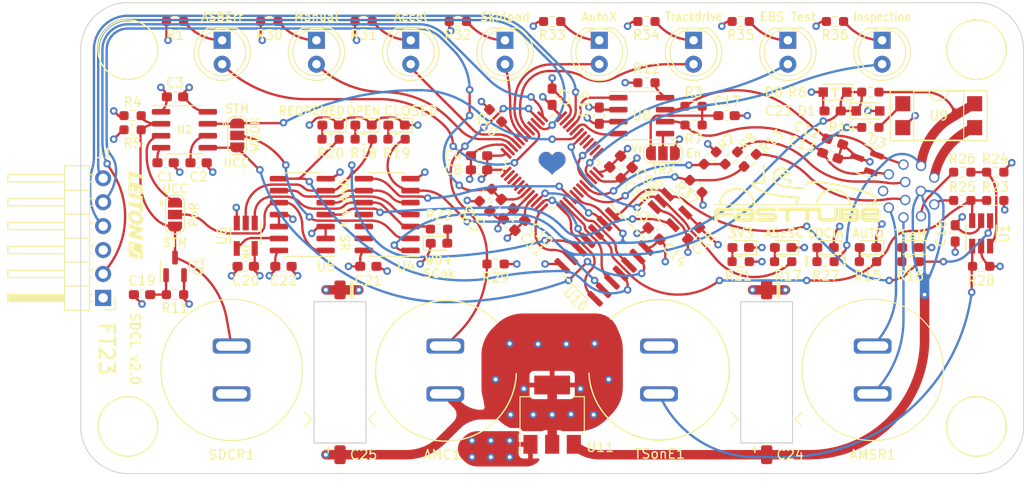
<source format=kicad_pcb>
(kicad_pcb (version 20211014) (generator pcbnew)

  (general
    (thickness 1.6)
  )

  (paper "A4")
  (layers
    (0 "F.Cu" signal)
    (1 "In1.Cu" power "GND.Cu")
    (2 "In2.Cu" power "3V3.Cu")
    (31 "B.Cu" signal)
    (33 "F.Adhes" user "F.Adhesive")
    (35 "F.Paste" user)
    (37 "F.SilkS" user "F.Silkscreen")
    (38 "B.Mask" user)
    (39 "F.Mask" user)
    (40 "Dwgs.User" user "User.Drawings")
    (41 "Cmts.User" user "User.Comments")
    (42 "Eco1.User" user "User.Eco1")
    (43 "Eco2.User" user "User.Eco2")
    (44 "Edge.Cuts" user)
    (45 "Margin" user)
    (46 "B.CrtYd" user "B.Courtyard")
    (47 "F.CrtYd" user "F.Courtyard")
    (49 "F.Fab" user)
  )

  (setup
    (stackup
      (layer "F.SilkS" (type "Top Silk Screen"))
      (layer "F.Paste" (type "Top Solder Paste"))
      (layer "F.Mask" (type "Top Solder Mask") (thickness 0.01))
      (layer "F.Cu" (type "copper") (thickness 0.035))
      (layer "dielectric 1" (type "core") (thickness 0.48) (material "FR4") (epsilon_r 4.5) (loss_tangent 0.02))
      (layer "In1.Cu" (type "copper") (thickness 0.035))
      (layer "dielectric 2" (type "prepreg") (thickness 0.48) (material "FR4") (epsilon_r 4.5) (loss_tangent 0.02))
      (layer "In2.Cu" (type "copper") (thickness 0.035))
      (layer "dielectric 3" (type "core") (thickness 0.48) (material "FR4") (epsilon_r 4.5) (loss_tangent 0.02))
      (layer "B.Cu" (type "copper") (thickness 0.035))
      (layer "B.Mask" (type "Bottom Solder Mask") (thickness 0.01))
      (copper_finish "None")
      (dielectric_constraints no)
    )
    (pad_to_mask_clearance 0)
    (pcbplotparams
      (layerselection 0x00010e0_ffffffff)
      (disableapertmacros false)
      (usegerberextensions false)
      (usegerberattributes true)
      (usegerberadvancedattributes true)
      (creategerberjobfile true)
      (svguseinch false)
      (svgprecision 6)
      (excludeedgelayer true)
      (plotframeref false)
      (viasonmask false)
      (mode 1)
      (useauxorigin false)
      (hpglpennumber 1)
      (hpglpenspeed 20)
      (hpglpendiameter 15.000000)
      (dxfpolygonmode true)
      (dxfimperialunits true)
      (dxfusepcbnewfont true)
      (psnegative false)
      (psa4output false)
      (plotreference true)
      (plotvalue true)
      (plotinvisibletext false)
      (sketchpadsonfab false)
      (subtractmaskfromsilk false)
      (outputformat 1)
      (mirror false)
      (drillshape 0)
      (scaleselection 1)
      (outputdirectory "export/")
    )
  )

  (net 0 "")
  (net 1 "GND")
  (net 2 "NRST")
  (net 3 "+12V")
  (net 4 "AMC")
  (net 5 "TRACESWO")
  (net 6 "SWDIO")
  (net 7 "SWCLK")
  (net 8 "Net-(R12-Pad1)")
  (net 9 "AMSRin")
  (net 10 "AMSRout")
  (net 11 "+3.3V")
  (net 12 "/CAN TRX/CAN_H")
  (net 13 "/CAN TRX/CAN_L")
  (net 14 "Net-(C19-Pad1)")
  (net 15 "/Connections/SDC_in_3V3")
  (net 16 "Net-(D2-Pad1)")
  (net 17 "Net-(D4-Pad2)")
  (net 18 "/Backup AMI/AMI0")
  (net 19 "Net-(D15-Pad1)")
  (net 20 "/Backup AMI/AMI1")
  (net 21 "Net-(D16-Pad1)")
  (net 22 "/Backup AMI/AMI2")
  (net 23 "Net-(D17-Pad1)")
  (net 24 "/Backup AMI/AMI3")
  (net 25 "Net-(D18-Pad1)")
  (net 26 "/Backup AMI/AMI4")
  (net 27 "Net-(D19-Pad1)")
  (net 28 "/Backup AMI/AMI5")
  (net 29 "Net-(D20-Pad1)")
  (net 30 "/Backup AMI/AMI6")
  (net 31 "Net-(J2-Pad1)")
  (net 32 "Net-(J2-Pad9)")
  (net 33 "Net-(R14-Pad2)")
  (net 34 "Net-(D5-Pad2)")
  (net 35 "Net-(D6-Pad2)")
  (net 36 "Net-(D7-Pad2)")
  (net 37 "Net-(D9-Pad2)")
  (net 38 "Net-(D10-Pad2)")
  (net 39 "Net-(D11-Pad2)")
  (net 40 "Net-(D12-Pad2)")
  (net 41 "Net-(D13-Pad2)")
  (net 42 "/Non-Programmable Logic/~{WDO}")
  (net 43 "/Non-Programmable Logic/RP")
  (net 44 "/Non-Programmable Logic/WP")
  (net 45 "/Controller/TS_activate_MUXed")
  (net 46 "/Non-Programmable Logic/close_while_allowed")
  (net 47 "/Non-Programmable Logic/~{reset_all}")
  (net 48 "/Non-Programmable Logic/closing_allowed")
  (net 49 "/Non-Programmable Logic/~{reopen}")
  (net 50 "/Non-Programmable Logic/WD_and_SDCin_ok")
  (net 51 "/Non-Programmable Logic/~{try_close}")
  (net 52 "Net-(J2-Pad11)")
  (net 53 "Net-(J2-Pad12)")
  (net 54 "Net-(JPPoR1-Pad1)")
  (net 55 "/Connections/SDC_out")
  (net 56 "/Connections/SDC_in")
  (net 57 "/Connections/TS_activate_dash")
  (net 58 "/Controller/Watchdog")
  (net 59 "WD_OK")
  (net 60 "/CAN TRX/CAN_TX")
  (net 61 "/CAN TRX/CAN_RX")
  (net 62 "Net-(D14-Pad1)")
  (net 63 "/Connections/ASMS")
  (net 64 "/Buttons/~{SDC_reset}")
  (net 65 "/Controller/AS_close_SDC")
  (net 66 "CLOSED")
  (net 67 "INITIAL_OPEN")
  (net 68 "REOPENED")
  (net 69 "/Buttons/TS_activate_ext")
  (net 70 "/Controller/SDC_is_ready")
  (net 71 "unconnected-(U7-Pad3)")
  (net 72 "unconnected-(U7-Pad4)")
  (net 73 "unconnected-(U7-Pad5)")
  (net 74 "Net-(U10-Pad2)")
  (net 75 "Net-(U10-Pad4)")
  (net 76 "Net-(U10-Pad6)")
  (net 77 "Net-(U10-Pad8)")
  (net 78 "Net-(U10-Pad10)")
  (net 79 "Net-(U10-Pad12)")
  (net 80 "unconnected-(U7-Pad18)")
  (net 81 "unconnected-(U7-Pad25)")
  (net 82 "unconnected-(U7-Pad26)")
  (net 83 "unconnected-(U7-Pad27)")
  (net 84 "unconnected-(U7-Pad28)")
  (net 85 "/CAN TRX/Vref")
  (net 86 "Net-(JP1-Pad2)")
  (net 87 "unconnected-(U4-Pad11)")
  (net 88 "unconnected-(U4-Pad12)")
  (net 89 "unconnected-(U4-Pad13)")
  (net 90 "LV_SENSE_2")
  (net 91 "LV_SENSE_1")
  (net 92 "unconnected-(U7-Pad29)")
  (net 93 "unconnected-(U7-Pad6)")
  (net 94 "/Controller/asb_error")
  (net 95 "Net-(R10-Pad1)")
  (net 96 "unconnected-(U7-Pad2)")

  (footprint "Capacitor_SMD:C_0603_1608Metric_Pad1.08x0.95mm_HandSolder" (layer "F.Cu") (at 109 67))

  (footprint "Capacitor_SMD:C_0603_1608Metric_Pad1.08x0.95mm_HandSolder" (layer "F.Cu") (at 112.5 67))

  (footprint "Capacitor_SMD:C_0603_1608Metric_Pad1.08x0.95mm_HandSolder" (layer "F.Cu") (at 110 60 180))

  (footprint "Capacitor_SMD:C_0603_1608Metric_Pad1.08x0.95mm_HandSolder" (layer "F.Cu") (at 142.25 66.25 180))

  (footprint "Capacitor_SMD:C_0603_1608Metric_Pad1.08x0.95mm_HandSolder" (layer "F.Cu") (at 156.717515 68.06066 -45))

  (footprint "Capacitor_SMD:C_0603_1608Metric_Pad1.08x0.95mm_HandSolder" (layer "F.Cu") (at 144 71.5 -135))

  (footprint "Capacitor_SMD:C_0603_1608Metric_Pad1.08x0.95mm_HandSolder" (layer "F.Cu") (at 150 60 90))

  (footprint "Capacitor_SMD:C_0603_1608Metric_Pad1.08x0.95mm_HandSolder" (layer "F.Cu") (at 142.25 67.75 180))

  (footprint "Capacitor_SMD:C_0603_1608Metric_Pad1.08x0.95mm_HandSolder" (layer "F.Cu") (at 157.867538 66.897577 -45))

  (footprint "Capacitor_SMD:C_0603_1608Metric_Pad1.08x0.95mm_HandSolder" (layer "F.Cu") (at 146.5 72.5 135))

  (footprint "Capacitor_SMD:C_0603_1608Metric_Pad1.08x0.95mm_HandSolder" (layer "F.Cu") (at 145.43934 73.56066 135))

  (footprint "Capacitor_SMD:C_0603_1608Metric_Pad1.08x0.95mm_HandSolder" (layer "F.Cu") (at 180 64.75 -20))

  (footprint "Capacitor_SMD:C_0603_1608Metric_Pad1.08x0.95mm_HandSolder" (layer "F.Cu") (at 179.5 66.25 160))

  (footprint "Package_TO_SOT_SMD:SOT-23-5_HandSoldering" (layer "F.Cu") (at 162.5 72 -45))

  (footprint "Capacitor_SMD:C_0603_1608Metric_Pad1.08x0.95mm_HandSolder" (layer "F.Cu") (at 155 62 90))

  (footprint "Package_TO_SOT_SMD:SOT-23-5_HandSoldering" (layer "F.Cu") (at 117.5 74.75 -90))

  (footprint "Resistor_SMD:R_0603_1608Metric_Pad0.98x0.95mm_HandSolder" (layer "F.Cu") (at 105.5 62))

  (footprint "Resistor_SMD:R_0603_1608Metric_Pad0.98x0.95mm_HandSolder" (layer "F.Cu") (at 105.5 63.5 180))

  (footprint "Resistor_SMD:R_0603_1608Metric_Pad0.98x0.95mm_HandSolder" (layer "F.Cu") (at 183.75 59.5 180))

  (footprint "Resistor_SMD:R_0603_1608Metric_Pad0.98x0.95mm_HandSolder" (layer "F.Cu") (at 142.93934 70.43934 45))

  (footprint "Resistor_SMD:R_0603_1608Metric_Pad0.98x0.95mm_HandSolder" (layer "F.Cu") (at 144 62 135))

  (footprint "Resistor_SMD:R_0603_1608Metric_Pad0.98x0.95mm_HandSolder" (layer "F.Cu") (at 160 58.5 180))

  (footprint "Package_TO_SOT_SMD:SOT-23-6_Handsoldering" (layer "F.Cu") (at 195.5 74.5 90))

  (footprint "Package_SO:SOIC-8_3.9x4.9mm_P1.27mm" (layer "F.Cu") (at 111 63.5))

  (footprint "Package_SO:SOIC-14_3.9x8.7mm_P1.27mm" (layer "F.Cu") (at 132.5 72.5 180))

  (footprint "Package_SO:SOIC-14_3.9x8.7mm_P1.27mm" (layer "F.Cu") (at 123.5 72.503922 180))

  (footprint "Package_QFP:LQFP-48_7x7mm_P0.5mm" (layer "F.Cu") (at 150 67 45))

  (footprint "Package_SO:SOIC-8_3.9x4.9mm_P1.27mm" (layer "F.Cu") (at 159.5 62))

  (footprint "Resistor_SMD:R_0603_1608Metric_Pad0.98x0.95mm_HandSolder" (layer "F.Cu") (at 183.75 63.25))

  (footprint "Package_DIP:DIP-4_W7.62mm_SMDSocket_SmallPads" (layer "F.Cu") (at 191 62))

  (footprint "Capacitor_SMD:C_0603_1608Metric_Pad1.08x0.95mm_HandSolder" (layer "F.Cu") (at 192.75 74.5 90))

  (footprint "Capacitor_SMD:C_0603_1608Metric_Pad1.08x0.95mm_HandSolder" (layer "F.Cu") (at 165 74.5 45))

  (footprint "Capacitor_SMD:C_0603_1608Metric_Pad1.08x0.95mm_HandSolder" (layer "F.Cu") (at 117.5 78))

  (footprint "Capacitor_SMD:C_0603_1608Metric_Pad1.08x0.95mm_HandSolder" (layer "F.Cu") (at 130.5 78 180))

  (footprint "Capacitor_SMD:C_0603_1608Metric_Pad1.08x0.95mm_HandSolder" (layer "F.Cu") (at 121.5 78 180))

  (footprint "Diode_SMD:D_0603_1608Metric_Pad1.05x0.95mm_HandSolder" (layer "F.Cu") (at 183.5 76 180))

  (footprint "Diode_SMD:D_0603_1608Metric_Pad1.05x0.95mm_HandSolder" (layer "F.Cu") (at 188 76 180))

  (footprint "Diode_SMD:D_0603_1608Metric_Pad1.05x0.95mm_HandSolder" (layer "F.Cu") (at 174.5 76 180))

  (footprint "Diode_SMD:D_0603_1608Metric_Pad1.05x0.95mm_HandSolder" (layer "F.Cu") (at 130 63 180))

  (footprint "Diode_SMD:D_0603_1608Metric_Pad1.05x0.95mm_HandSolder" (layer "F.Cu") (at 133.5 63 180))

  (footprint "Diode_SMD:D_0603_1608Metric_Pad1.05x0.95mm_HandSolder" (layer "F.Cu") (at 126.5 63 180))

  (footprint "Diode_SMD:D_0603_1608Metric_Pad1.05x0.95mm_HandSolder" (layer "F.Cu") (at 170 76 180))

  (footprint "Resistor_SMD:R_0603_1608Metric_Pad0.98x0.95mm_HandSolder" (layer "F.Cu") (at 183.5 77.5 180))

  (footprint "Resistor_SMD:R_0603_1608Metric_Pad0.98x0.95mm_HandSolder" (layer "F.Cu") (at 188 77.5))

  (footprint "Diode_SMD:D_0603_1608Metric_Pad1.05x0.95mm_HandSolder" (layer "F.Cu") (at 138 75.545))

  (footprint "Resistor_SMD:R_0603_1608Metric_Pad0.98x0.95mm_HandSolder" (layer "F.Cu") (at 174.5 77.5 180))

  (footprint "Resistor_SMD:R_0603_1608Metric_Pad0.98x0.95mm_HandSolder" (layer "F.Cu") (at 130.016666 64.5 180))

  (footprint "Resistor_SMD:R_0603_1608Metric_Pad0.98x0.95mm_HandSolder" (layer "F.Cu") (at 133.5 64.5 180))

  (footprint "Resistor_SMD:R_0603_1608Metric_Pad0.98x0.95mm_HandSolder" (layer "F.Cu") (at 126.5 64.5 180))

  (footprint "Resistor_SMD:R_0603_1608Metric_Pad0.98x0.95mm_HandSolder" (layer "F.Cu") (at 170 77.5 180))

  (footprint "Resistor_SMD:R_0603_1608Metric_Pad0.98x0.95mm_HandSolder" (layer "F.Cu") (at 138 74.045 180))

  (footprint "Capacitor_SMD:C_0603_1608Metric_Pad1.08x0.95mm_HandSolder" (layer "F.Cu") (at 179.75 61.5))

  (footprint "Diode_SMD:D_SOD-323_HandSoldering" (layer "F.Cu") (at 180 59.5 180))

  (footprint "MountingHole:MountingHole_3.2mm_M3" (layer "F.Cu")
    (tedit 56D1B4CB) (tstamp 00000000-0000-0000-0000-000061bee488)
    (at 105 55 180)
    (descr "Mounting Hole 3.2mm, no annular, M3")
    (tags "mounting hole 3.2mm no annular m3")
    (property "Sheetfile" "connections.kicad_sch")
    (property "Sheetname" "Connections")
    (path "/00000000-0000-0000-0000-000061bba8ea/00000000-0000-0000-0000-000061bd2819")
    (attr exclude_from_pos_files)
    (fp_text reference "H1" (at 0 -4.2) (layer "F.SilkS") hide
      (effects (font (size 1 1) (thickness 0.15)))
      (tstamp 47fadd5d-e63f-4824-9b10-de5d2fb6df9a)
    )
    (fp_text value "MountingHole" (at 0 4.2) (layer "F.Fab")
      (effects (font (size 1 1) (thickness 0.15)))
      (tstamp 1c823e0b-a9cf-4241-96e0-8c775a87c35a)

... [1290263 chars truncated]
</source>
